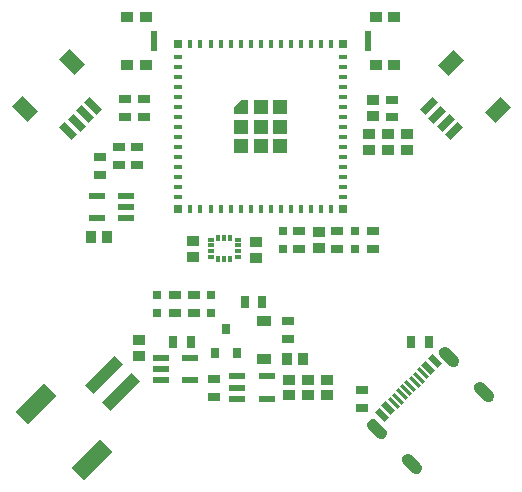
<source format=gbr>
%TF.GenerationSoftware,Altium Limited,Altium Designer,24.10.1 (45)*%
G04 Layer_Color=8421504*
%FSLAX45Y45*%
%MOMM*%
%TF.SameCoordinates,EEF0193C-C13F-4000-B0C4-A13F86DA6223*%
%TF.FilePolarity,Positive*%
%TF.FileFunction,Paste,Top*%
%TF.Part,Single*%
G01*
G75*
%TA.AperFunction,BGAPad,CuDef*%
%ADD10R,1.20000X1.20000*%
%TA.AperFunction,ConnectorPad*%
%ADD12R,0.40000X0.80000*%
%ADD13R,0.80000X0.40000*%
%TA.AperFunction,SMDPad,CuDef*%
%ADD14R,0.80000X0.80000*%
%ADD15R,0.80000X0.80000*%
%ADD16R,1.00000X0.80000*%
%ADD17R,0.55000X1.70000*%
%ADD18R,1.00000X0.90000*%
%ADD20R,1.40000X0.60000*%
G04:AMPARAMS|DCode=21|XSize=1mm|YSize=3.5mm|CornerRadius=0mm|HoleSize=0mm|Usage=FLASHONLY|Rotation=315.000|XOffset=0mm|YOffset=0mm|HoleType=Round|Shape=Rectangle|*
%AMROTATEDRECTD21*
4,1,4,-1.59099,-0.88388,0.88388,1.59099,1.59099,0.88388,-0.88388,-1.59099,-1.59099,-0.88388,0.0*
%
%ADD21ROTATEDRECTD21*%

G04:AMPARAMS|DCode=22|XSize=1.5mm|YSize=3.4mm|CornerRadius=0mm|HoleSize=0mm|Usage=FLASHONLY|Rotation=315.000|XOffset=0mm|YOffset=0mm|HoleType=Round|Shape=Rectangle|*
%AMROTATEDRECTD22*
4,1,4,-1.73241,-0.67175,0.67175,1.73241,1.73241,0.67175,-0.67175,-1.73241,-1.73241,-0.67175,0.0*
%
%ADD22ROTATEDRECTD22*%

G04:AMPARAMS|DCode=23|XSize=1.54991mm|YSize=0.59995mm|CornerRadius=0mm|HoleSize=0mm|Usage=FLASHONLY|Rotation=315.000|XOffset=0mm|YOffset=0mm|HoleType=Round|Shape=Rectangle|*
%AMROTATEDRECTD23*
4,1,4,-0.76009,0.33586,-0.33586,0.76009,0.76009,-0.33586,0.33586,-0.76009,-0.76009,0.33586,0.0*
%
%ADD23ROTATEDRECTD23*%

G04:AMPARAMS|DCode=24|XSize=1.8001mm|YSize=1.1999mm|CornerRadius=0mm|HoleSize=0mm|Usage=FLASHONLY|Rotation=315.000|XOffset=0mm|YOffset=0mm|HoleType=Round|Shape=Rectangle|*
%AMROTATEDRECTD24*
4,1,4,-1.06066,0.21220,-0.21220,1.06066,1.06066,-0.21220,0.21220,-1.06066,-1.06066,0.21220,0.0*
%
%ADD24ROTATEDRECTD24*%

%ADD25R,0.55000X0.35000*%
%ADD26R,0.35000X0.55000*%
%ADD27R,1.00000X0.90000*%
%ADD28R,0.90000X1.00000*%
%ADD29R,0.80000X1.00000*%
%ADD30R,1.22000X0.91000*%
%ADD31R,0.80000X0.90000*%
G04:AMPARAMS|DCode=32|XSize=0.57506mm|YSize=1.15011mm|CornerRadius=0mm|HoleSize=0mm|Usage=FLASHONLY|Rotation=45.000|XOffset=0mm|YOffset=0mm|HoleType=Round|Shape=Rectangle|*
%AMROTATEDRECTD32*
4,1,4,0.20331,-0.60994,-0.60994,0.20331,-0.20331,0.60994,0.60994,-0.20331,0.20331,-0.60994,0.0*
%
%ADD32ROTATEDRECTD32*%

G04:AMPARAMS|DCode=33|XSize=0.27508mm|YSize=1.15011mm|CornerRadius=0mm|HoleSize=0mm|Usage=FLASHONLY|Rotation=45.000|XOffset=0mm|YOffset=0mm|HoleType=Round|Shape=Rectangle|*
%AMROTATEDRECTD33*
4,1,4,0.30937,-0.50388,-0.50388,0.30937,-0.30937,0.50388,0.50388,-0.30937,0.30937,-0.50388,0.0*
%
%ADD33ROTATEDRECTD33*%

G04:AMPARAMS|DCode=34|XSize=1.8001mm|YSize=1.1999mm|CornerRadius=0mm|HoleSize=0mm|Usage=FLASHONLY|Rotation=225.000|XOffset=0mm|YOffset=0mm|HoleType=Round|Shape=Rectangle|*
%AMROTATEDRECTD34*
4,1,4,0.21220,1.06066,1.06066,0.21220,-0.21220,-1.06066,-1.06066,-0.21220,0.21220,1.06066,0.0*
%
%ADD34ROTATEDRECTD34*%

G04:AMPARAMS|DCode=35|XSize=1.54991mm|YSize=0.59995mm|CornerRadius=0mm|HoleSize=0mm|Usage=FLASHONLY|Rotation=225.000|XOffset=0mm|YOffset=0mm|HoleType=Round|Shape=Rectangle|*
%AMROTATEDRECTD35*
4,1,4,0.33586,0.76009,0.76009,0.33586,-0.33586,-0.76009,-0.76009,-0.33586,0.33586,0.76009,0.0*
%
%ADD35ROTATEDRECTD35*%

G36*
X3327835Y962511D02*
X3320690Y969657D01*
X3312957Y988328D01*
Y1008537D01*
X3320690Y1027208D01*
X3327835Y1034354D01*
X3334623Y1041141D01*
X3352361Y1048489D01*
X3371560D01*
X3389298Y1041141D01*
X3396085Y1034354D01*
D01*
X3467927Y962511D01*
X3474715Y955724D01*
X3482062Y937986D01*
Y918787D01*
X3474715Y901049D01*
X3467927Y894261D01*
Y894262D01*
X3460782Y887117D01*
X3442111Y879383D01*
X3421901D01*
X3403230Y887117D01*
X3396085Y894262D01*
X3396085D01*
X3327835Y962511D01*
D02*
G37*
G36*
X3624184Y667959D02*
X3617039Y675104D01*
X3609305Y693775D01*
Y713985D01*
X3617039Y732656D01*
X3624184Y739801D01*
X3630972Y746589D01*
X3648709Y753936D01*
X3667908D01*
X3685646Y746589D01*
X3692434Y739801D01*
D01*
X3764276Y667959D01*
X3771064Y661171D01*
X3778411Y643434D01*
Y624234D01*
X3771064Y606497D01*
X3764276Y599709D01*
X3757131Y592564D01*
X3738460Y584830D01*
X3718250D01*
X3699579Y592564D01*
X3692434Y599709D01*
Y599709D01*
X3624184Y667959D01*
D02*
G37*
G36*
X3938493Y1574965D02*
X3931348Y1582110D01*
X3923614Y1600781D01*
Y1620991D01*
X3931348Y1639662D01*
X3938493Y1646807D01*
X3945281Y1653595D01*
X3963018Y1660942D01*
X3982217D01*
X3999955Y1653595D01*
X4006743Y1646807D01*
Y1646807D01*
X4078585Y1574965D01*
X4085373Y1568177D01*
X4092720Y1550440D01*
Y1531241D01*
X4085373Y1513503D01*
X4078585Y1506715D01*
X4071439Y1499570D01*
X4052768Y1491836D01*
X4032559D01*
X4013888Y1499570D01*
X4006743Y1506715D01*
X4006743D01*
X3938493Y1574965D01*
D02*
G37*
G36*
X4234841Y1278616D02*
X4227696Y1285762D01*
X4219962Y1304433D01*
Y1324642D01*
X4227696Y1343313D01*
X4234841Y1350459D01*
X4241629Y1357246D01*
X4259367Y1364594D01*
X4278566D01*
X4296303Y1357246D01*
X4303091Y1350459D01*
D01*
X4374933Y1278616D01*
X4381721Y1271829D01*
X4389068Y1254091D01*
Y1234892D01*
X4381721Y1217154D01*
X4374933Y1210366D01*
X4367788Y1203221D01*
X4349117Y1195488D01*
X4328908D01*
X4310236Y1203221D01*
X4303091Y1210366D01*
Y1210367D01*
X4234841Y1278616D01*
D02*
G37*
G36*
X2307500Y3627500D02*
X2187500D01*
Y3687500D01*
X2247500Y3747500D01*
X2307500D01*
Y3627500D01*
D02*
G37*
D10*
X2247500Y3522500D02*
D03*
Y3357500D02*
D03*
X2412500D02*
D03*
X2577500D02*
D03*
Y3522500D02*
D03*
Y3687500D02*
D03*
X2412500D02*
D03*
Y3522500D02*
D03*
D12*
X1817500Y4222500D02*
D03*
X1902500D02*
D03*
X1987500D02*
D03*
X2072500D02*
D03*
X2157500D02*
D03*
X2242500D02*
D03*
X2327500D02*
D03*
X2412500D02*
D03*
X2497500D02*
D03*
X2582500D02*
D03*
X2667500D02*
D03*
X2752500D02*
D03*
X2837500D02*
D03*
X2922500D02*
D03*
X3007500D02*
D03*
Y2822500D02*
D03*
X2922500D02*
D03*
X2837500D02*
D03*
X2752500D02*
D03*
X2667500D02*
D03*
X2582500D02*
D03*
X2497500D02*
D03*
X2412500D02*
D03*
X2327500D02*
D03*
X2242500D02*
D03*
X2157500D02*
D03*
X2072500D02*
D03*
X1987500D02*
D03*
X1902500D02*
D03*
X1817500D02*
D03*
D13*
X3112500Y4117500D02*
D03*
Y4032500D02*
D03*
Y3947500D02*
D03*
Y3862500D02*
D03*
Y3777500D02*
D03*
Y3692500D02*
D03*
Y3607500D02*
D03*
Y3522500D02*
D03*
Y3437500D02*
D03*
Y3352500D02*
D03*
Y3267500D02*
D03*
Y3182500D02*
D03*
Y3097500D02*
D03*
Y3012500D02*
D03*
Y2927500D02*
D03*
X1712500D02*
D03*
Y3012500D02*
D03*
Y3097500D02*
D03*
Y3182500D02*
D03*
Y3267500D02*
D03*
Y3352500D02*
D03*
Y3437500D02*
D03*
Y3522500D02*
D03*
Y3607500D02*
D03*
Y3692500D02*
D03*
Y3777500D02*
D03*
Y3862500D02*
D03*
Y3947500D02*
D03*
Y4032500D02*
D03*
Y4117500D02*
D03*
D14*
X3112500Y2822500D02*
D03*
Y4222500D02*
D03*
X1712500Y2822500D02*
D03*
Y4222500D02*
D03*
D15*
X1994992Y2095009D02*
D03*
X1994992Y1945008D02*
D03*
X1534992Y1947508D02*
D03*
Y2097508D02*
D03*
X3212508Y2637492D02*
D03*
Y2487492D02*
D03*
X2599992Y2490008D02*
D03*
Y2640008D02*
D03*
D16*
X1687500Y2095000D02*
D03*
Y1945000D02*
D03*
X1845000D02*
D03*
Y2095000D02*
D03*
X2020000Y1235000D02*
D03*
Y1385000D02*
D03*
X2640000Y1880000D02*
D03*
Y1730000D02*
D03*
X1267500Y3757500D02*
D03*
Y3607500D02*
D03*
X1425000Y3757500D02*
D03*
Y3607500D02*
D03*
X1052500Y3267500D02*
D03*
Y3117500D02*
D03*
X3060000Y2637500D02*
D03*
Y2487500D02*
D03*
X3362500Y2637500D02*
D03*
Y2487500D02*
D03*
X2740000Y2490000D02*
D03*
Y2640000D02*
D03*
X3520000Y3602500D02*
D03*
Y3752500D02*
D03*
X3272500Y1290000D02*
D03*
Y1140000D02*
D03*
X1210000Y3202500D02*
D03*
Y3352500D02*
D03*
X1367500Y3352500D02*
D03*
Y3202500D02*
D03*
D17*
X1505000Y4250000D02*
D03*
X3322500D02*
D03*
D18*
X1442500Y4045000D02*
D03*
X1282500D02*
D03*
Y4455000D02*
D03*
X1442500D02*
D03*
X3385000D02*
D03*
X3545000D02*
D03*
Y4045000D02*
D03*
X3385000D02*
D03*
D20*
X1567500Y1565000D02*
D03*
Y1470000D02*
D03*
Y1375000D02*
D03*
X1817500D02*
D03*
Y1565000D02*
D03*
X2462500Y1410000D02*
D03*
Y1220000D02*
D03*
X2212500D02*
D03*
Y1315000D02*
D03*
Y1410000D02*
D03*
X1272500Y2750000D02*
D03*
Y2845000D02*
D03*
Y2940000D02*
D03*
X1022500D02*
D03*
Y2750000D02*
D03*
D21*
X1085741Y1417163D02*
D03*
X1227163Y1275741D02*
D03*
D22*
X512985Y1176746D02*
D03*
X986746Y702985D02*
D03*
D23*
X854923Y3558355D02*
D03*
X925651Y3629084D02*
D03*
X996362Y3699794D02*
D03*
X784212Y3487645D02*
D03*
D24*
X812500Y4067500D02*
D03*
X416507Y3671506D02*
D03*
D25*
X1992500Y2567500D02*
D03*
Y2517500D02*
D03*
Y2467500D02*
D03*
Y2417500D02*
D03*
X2217500D02*
D03*
Y2467500D02*
D03*
Y2517500D02*
D03*
Y2567500D02*
D03*
D26*
X2055000Y2405000D02*
D03*
X2105000D02*
D03*
X2155000D02*
D03*
Y2580000D02*
D03*
X2105000D02*
D03*
X2055000D02*
D03*
D27*
X2655000Y1247500D02*
D03*
Y1382500D02*
D03*
X2975000Y1247500D02*
D03*
Y1382500D02*
D03*
X2815000Y1247500D02*
D03*
Y1382500D02*
D03*
X1382500Y1582500D02*
D03*
Y1717500D02*
D03*
X3652500Y3460000D02*
D03*
Y3325000D02*
D03*
X2902500Y2632500D02*
D03*
Y2497500D02*
D03*
X3362500Y3747500D02*
D03*
Y3612500D02*
D03*
X3492500Y3460000D02*
D03*
Y3325000D02*
D03*
X3332500Y3460000D02*
D03*
Y3325000D02*
D03*
X2370000Y2550000D02*
D03*
Y2415000D02*
D03*
X1842500Y2552500D02*
D03*
Y2417500D02*
D03*
D28*
X2770000Y1560000D02*
D03*
X2635000D02*
D03*
X1112500Y2592500D02*
D03*
X977500D02*
D03*
D29*
X1822500Y1702500D02*
D03*
X1672500D02*
D03*
X2427500Y2042500D02*
D03*
X2277500D02*
D03*
X3685000Y1697500D02*
D03*
X3835000D02*
D03*
D30*
X2437500Y1881000D02*
D03*
Y1554000D02*
D03*
D31*
X2025000Y1607500D02*
D03*
X2215000D02*
D03*
X2120000Y1807500D02*
D03*
D32*
X3888940Y1536440D02*
D03*
X3832382Y1479882D02*
D03*
X3492964Y1140464D02*
D03*
X3436407Y1083907D02*
D03*
D33*
X3786421Y1433921D02*
D03*
X3751057Y1398557D02*
D03*
X3715711Y1363211D02*
D03*
X3680346Y1327846D02*
D03*
X3645000Y1292500D02*
D03*
X3609636Y1257136D02*
D03*
X3574290Y1221790D02*
D03*
X3538925Y1186425D02*
D03*
D34*
X4021605Y4063712D02*
D03*
X4417599Y3667719D02*
D03*
D35*
X3837743Y3696007D02*
D03*
X4049893Y3483857D02*
D03*
X3979183Y3554568D02*
D03*
X3908454Y3625296D02*
D03*
%TF.MD5,b4b609d82aa6f2228fbd77d5c4683e68*%
M02*

</source>
